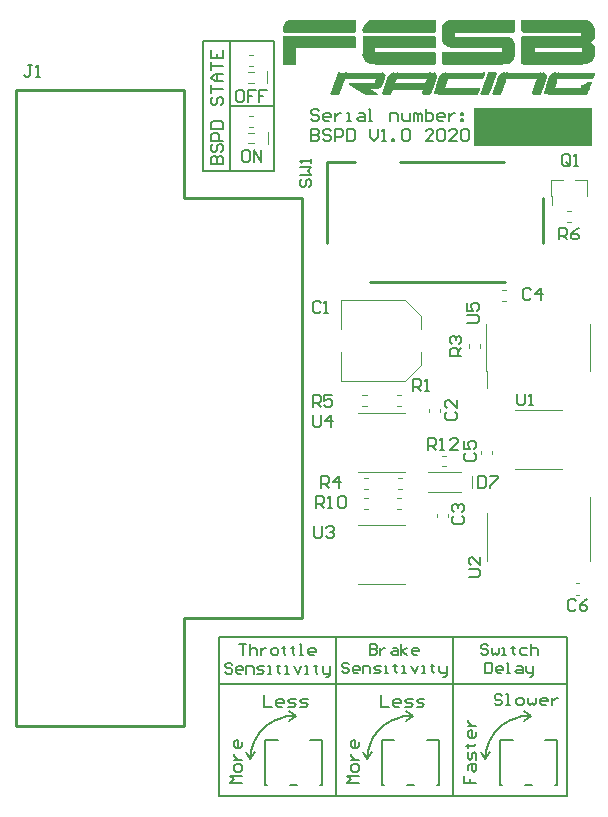
<source format=gto>
G04*
G04 #@! TF.GenerationSoftware,Altium Limited,Altium Designer,20.2.5 (213)*
G04*
G04 Layer_Color=65535*
%FSLAX25Y25*%
%MOIN*%
G70*
G04*
G04 #@! TF.SameCoordinates,E7457EF0-435F-4A9A-9950-3147239DC6E2*
G04*
G04*
G04 #@! TF.FilePolarity,Positive*
G04*
G01*
G75*
%ADD10C,0.00787*%
%ADD11C,0.00161*%
%ADD12C,0.00472*%
%ADD13C,0.01000*%
%ADD14C,0.00394*%
%ADD15C,0.01008*%
%ADD16R,0.39665X0.12992*%
%ADD17R,0.00437X0.04472*%
%ADD18R,0.18209X0.00756*%
%ADD19R,0.00398X0.03488*%
%ADD20R,0.00358X0.06248*%
%ADD21R,0.00681X0.01780*%
%ADD22R,0.00217X0.09161*%
%ADD23R,0.00701X0.02291*%
G36*
X103270Y192322D02*
X103334Y192259D01*
X103370Y192176D01*
X103370Y192131D01*
X103370Y192131D01*
Y188591D01*
Y188540D01*
X103331Y188444D01*
X103257Y188371D01*
X103162Y188331D01*
X103110D01*
X102905Y188331D01*
X102762Y188327D01*
X102496Y188436D01*
X102297Y188643D01*
X102199Y188913D01*
X102209Y189056D01*
X102209Y189056D01*
Y192355D01*
X103142Y192355D01*
X103187Y192355D01*
X103270Y192322D01*
D02*
G37*
G36*
X133317Y192287D02*
X133428Y192176D01*
X133488Y192032D01*
Y191953D01*
X133449Y188331D01*
X132662D01*
X132445Y188421D01*
X132279Y188587D01*
X132189Y188804D01*
Y188922D01*
Y192072D01*
Y192126D01*
X132231Y192228D01*
X132308Y192305D01*
X132410Y192347D01*
X133173D01*
X133317Y192287D01*
D02*
G37*
G36*
X83559Y192347D02*
Y191952D01*
X83405Y191176D01*
X83102Y190445D01*
X82662Y189787D01*
X82103Y189228D01*
X81445Y188788D01*
X80715Y188486D01*
X79939Y188331D01*
X79543D01*
X79638Y188335D01*
X79396D01*
X79304Y188373D01*
X79235Y188443D01*
X79197Y188534D01*
Y188583D01*
Y188955D01*
X79342Y189683D01*
X79626Y190370D01*
X80039Y190988D01*
X80564Y191513D01*
X81182Y191926D01*
X81868Y192210D01*
X82597Y192355D01*
X83559D01*
Y192347D01*
D02*
G37*
G36*
X76679Y192319D02*
X76752Y192246D01*
X76791Y192151D01*
Y192099D01*
Y188572D01*
Y188524D01*
X76755Y188435D01*
X76687Y188368D01*
X76599Y188331D01*
X76335D01*
Y192162D01*
Y192201D01*
X76365Y192274D01*
X76420Y192329D01*
X76492Y192359D01*
X76583D01*
X76679Y192319D01*
D02*
G37*
G36*
X129846Y192323D02*
X129913Y192256D01*
X129949Y192170D01*
Y192123D01*
Y188749D01*
Y188665D01*
X129885Y188510D01*
X129766Y188392D01*
X129611Y188327D01*
X129509D01*
X129476Y188341D01*
X129451Y188367D01*
X129437Y188400D01*
Y188418D01*
Y192359D01*
X129760D01*
X129846Y192323D01*
D02*
G37*
G36*
X56563Y190863D02*
X55669D01*
X55175Y190814D01*
X54261Y190436D01*
X53561Y189736D01*
X53183Y188822D01*
X53134Y188327D01*
X53126Y188331D01*
X52980D01*
X52891Y188368D01*
X52824Y188435D01*
X52787Y188524D01*
Y188572D01*
Y189713D01*
Y189974D01*
X52889Y190485D01*
X53088Y190966D01*
X53378Y191400D01*
X53747Y191768D01*
X54180Y192058D01*
X54661Y192257D01*
X55172Y192359D01*
X56563D01*
Y190863D01*
D02*
G37*
G36*
X53106Y186780D02*
Y186765D01*
X53094Y186736D01*
X53072Y186713D01*
X53043Y186702D01*
X52787D01*
Y186738D01*
X52815Y186804D01*
X52866Y186855D01*
X52933Y186883D01*
X53106D01*
Y186780D01*
D02*
G37*
G36*
X128847Y186378D02*
X129460Y185765D01*
X129791Y184965D01*
Y184532D01*
X129780Y184528D01*
X126730D01*
X126560Y184599D01*
X126429Y184730D01*
X126358Y184900D01*
Y184993D01*
X126184D01*
X125861Y185126D01*
X125614Y185373D01*
X125480Y185696D01*
Y185871D01*
Y186709D01*
X128047D01*
X128847Y186378D01*
D02*
G37*
G36*
X103288Y186850D02*
X103349Y186789D01*
X103382Y186709D01*
Y186666D01*
Y183367D01*
Y183328D01*
X103352Y183257D01*
X103298Y183203D01*
X103227Y183174D01*
X103055D01*
Y186662D01*
X103051Y186705D01*
X103018Y186785D01*
X102957Y186845D01*
X102878Y186878D01*
X102835Y186883D01*
X103208D01*
X103288Y186850D01*
D02*
G37*
G36*
X76691Y186843D02*
X76756Y186778D01*
X76791Y186693D01*
Y186646D01*
Y183438D01*
Y183385D01*
X76751Y183288D01*
X76677Y183214D01*
X76580Y183174D01*
X76510D01*
X76478Y183187D01*
X76454Y183212D01*
X76441Y183243D01*
Y183261D01*
Y186879D01*
X76605D01*
X76691Y186843D01*
D02*
G37*
G36*
X110203Y192348D02*
X110068Y192292D01*
X109965Y192189D01*
X109909Y192054D01*
X109902Y191981D01*
X109870Y186052D01*
X109776Y186043D01*
X109601Y185970D01*
X109467Y185837D01*
X109395Y185662D01*
X109386Y185568D01*
Y183170D01*
X109343Y183174D01*
X108258D01*
X107723Y183280D01*
X107219Y183489D01*
X106765Y183793D01*
X106379Y184179D01*
X106075Y184633D01*
X105866Y185137D01*
X105760Y185673D01*
Y185946D01*
X105764Y189481D01*
Y189764D01*
X105874Y190319D01*
X106091Y190842D01*
X106405Y191313D01*
X106806Y191713D01*
X107276Y192028D01*
X107799Y192245D01*
X108355Y192355D01*
X110276D01*
X110203Y192348D01*
D02*
G37*
G36*
X152367Y183402D02*
X152456Y183313D01*
X152504Y183197D01*
Y183134D01*
Y181599D01*
Y181568D01*
X152480Y181510D01*
X152436Y181466D01*
X152378Y181442D01*
X151795D01*
Y181560D01*
X151895Y181570D01*
X152080Y181646D01*
X152221Y181787D01*
X152297Y181972D01*
X152307Y182071D01*
Y182820D01*
X152297Y182919D01*
X152221Y183104D01*
X152080Y183245D01*
X151895Y183322D01*
X151795Y183331D01*
Y183355D01*
X151813Y183398D01*
X151847Y183431D01*
X151890Y183449D01*
X152252D01*
X152367Y183402D01*
D02*
G37*
G36*
X136913Y183331D02*
X136813Y183322D01*
X136629Y183245D01*
X136488Y183104D01*
X136411Y182919D01*
X136402Y182820D01*
Y182071D01*
X136411Y181972D01*
X136488Y181787D01*
X136629Y181646D01*
X136813Y181570D01*
X136913Y181560D01*
Y181536D01*
X136895Y181493D01*
X136862Y181460D01*
X136819Y181442D01*
X136457D01*
X136341Y181490D01*
X136253Y181578D01*
X136205Y181694D01*
Y181757D01*
Y183292D01*
Y183323D01*
X136229Y183381D01*
X136273Y183425D01*
X136331Y183449D01*
X136913D01*
Y183331D01*
D02*
G37*
G36*
X103225Y181671D02*
X103316Y181579D01*
X103366Y181459D01*
Y181394D01*
Y181194D01*
X102738D01*
X102546Y181273D01*
X102399Y181421D01*
X102319Y181613D01*
Y181717D01*
Y181721D01*
X103104D01*
X103225Y181671D01*
D02*
G37*
G36*
X154199Y192228D02*
X154765Y191993D01*
X155274Y191653D01*
X155707Y191220D01*
X156048Y190710D01*
X156282Y190144D01*
X156402Y189543D01*
Y189237D01*
Y186678D01*
Y186318D01*
X156126Y185652D01*
X155616Y185143D01*
X154951Y184867D01*
X155266D01*
X155787Y184651D01*
X156186Y184252D01*
X156402Y183731D01*
Y183449D01*
Y180969D01*
Y180632D01*
X156270Y179970D01*
X156012Y179347D01*
X155637Y178786D01*
X155160Y178309D01*
X154599Y177934D01*
X153975Y177676D01*
X153314Y177544D01*
X151480D01*
Y179670D01*
Y179850D01*
X151618Y180183D01*
X151873Y180438D01*
X152206Y180576D01*
X152386D01*
X152440Y180581D01*
X152539Y180622D01*
X152615Y180698D01*
X152656Y180797D01*
X152661Y180851D01*
Y186599D01*
X151977D01*
X151875Y186641D01*
X151798Y186719D01*
X151756Y186820D01*
Y186875D01*
X151840Y186883D01*
X151997Y186948D01*
X152116Y187067D01*
X152181Y187223D01*
X152189Y187308D01*
Y188095D01*
X152184Y188141D01*
X152149Y188226D01*
X152084Y188292D01*
X151999Y188327D01*
X151953Y188331D01*
X151898D01*
X151869Y188343D01*
X151847Y188365D01*
X151835Y188394D01*
Y188410D01*
Y188686D01*
Y188701D01*
X151847Y188730D01*
X151869Y188752D01*
X151898Y188765D01*
X152661D01*
Y192268D01*
X152622Y192347D01*
X153598D01*
X154199Y192228D01*
D02*
G37*
G36*
X132768Y186857D02*
X132801Y186823D01*
X132819Y186780D01*
Y186757D01*
X132858Y177544D01*
X132473D01*
X132343Y177598D01*
X132243Y177698D01*
X132189Y177828D01*
Y177898D01*
Y186402D01*
Y186496D01*
X132261Y186670D01*
X132394Y186803D01*
X132567Y186875D01*
X132724D01*
X132768Y186857D01*
D02*
G37*
G36*
X129791Y179872D02*
X129692Y179372D01*
X129497Y178901D01*
X129214Y178478D01*
X128854Y178118D01*
X128430Y177834D01*
X127959Y177639D01*
X127460Y177540D01*
X125626D01*
Y178201D01*
Y178534D01*
X125881Y179149D01*
X126351Y179620D01*
X126966Y179875D01*
X127299D01*
Y179925D01*
X127338Y180017D01*
X127408Y180088D01*
X127501Y180127D01*
X129791D01*
Y179872D01*
D02*
G37*
G36*
X106130Y181434D02*
X106083Y177540D01*
X106022D01*
X105909Y177587D01*
X105822Y177673D01*
X105776Y177786D01*
Y177847D01*
Y181335D01*
Y181381D01*
X105810Y181465D01*
X105875Y181529D01*
X105958Y181564D01*
X106130D01*
Y181434D01*
D02*
G37*
G36*
X56770Y183321D02*
X56804Y183286D01*
X56823Y183241D01*
Y183217D01*
Y177772D01*
Y177726D01*
X56788Y177641D01*
X56722Y177575D01*
X56637Y177540D01*
X56476D01*
Y183115D01*
Y183159D01*
X56511Y183242D01*
X56574Y183305D01*
X56656Y183339D01*
X56725D01*
X56770Y183321D01*
D02*
G37*
G36*
X103009Y177837D02*
X103020Y177812D01*
X103039Y177792D01*
X103065Y177782D01*
X103079Y177780D01*
X103366Y177780D01*
X103365Y177732D01*
X103327Y177643D01*
X103257Y177575D01*
X103167Y177539D01*
X103118Y177540D01*
X103101Y177536D01*
X103065Y177541D01*
X103034Y177560D01*
X103012Y177589D01*
X103008Y177607D01*
Y177607D01*
Y177851D01*
X103009Y177837D01*
D02*
G37*
G36*
X81249Y180723D02*
X81853Y180473D01*
X82398Y180109D01*
X82860Y179646D01*
X83224Y179102D01*
X83475Y178498D01*
X83602Y177856D01*
Y177528D01*
X82190D01*
X81552Y177655D01*
X80951Y177904D01*
X80410Y178266D01*
X79950Y178726D01*
X79589Y179267D01*
X79339Y179868D01*
X79213Y180506D01*
Y180831D01*
X79264Y180851D01*
X80607D01*
X81249Y180723D01*
D02*
G37*
G36*
X122472Y170296D02*
X121504Y167560D01*
X119211D01*
X119209Y167552D01*
X118488D01*
X118689Y168119D01*
X120965Y174501D01*
X121071Y174800D01*
X121417D01*
X121356Y174739D01*
X121388Y174708D01*
X121423Y174808D01*
X123884D01*
X122472Y170296D01*
D02*
G37*
G36*
X107016Y174688D02*
X106972Y174470D01*
X106887Y174264D01*
X106763Y174079D01*
X106685Y174000D01*
Y174000D01*
X106441Y173757D01*
X106424Y173772D01*
X106387Y173796D01*
X106346Y173814D01*
X106302Y173822D01*
X106279Y173823D01*
X105718D01*
X103769Y168355D01*
X104524D01*
Y167552D01*
X103490D01*
X103320Y167623D01*
X103189Y167753D01*
X103118Y167924D01*
Y168016D01*
X103126Y168036D01*
X103135D01*
X104543Y172532D01*
X105000Y173823D01*
X104988D01*
X105221Y174057D01*
X105398Y174233D01*
X105814Y174511D01*
X106275Y174702D01*
X106766Y174800D01*
X107016D01*
Y174688D01*
D02*
G37*
G36*
X143598Y174681D02*
X143555Y174462D01*
X143470Y174256D01*
X143346Y174071D01*
X143267Y173992D01*
Y173992D01*
X143024Y173749D01*
X143007Y173764D01*
X142970Y173789D01*
X142928Y173806D01*
X142884Y173814D01*
X142862Y173816D01*
X142301D01*
X140351Y168347D01*
X141106D01*
Y167544D01*
X140073D01*
X139902Y167615D01*
X139771Y167745D01*
X139701Y167916D01*
Y168008D01*
X139709Y168028D01*
X139717D01*
X141126Y172524D01*
X141583Y173816D01*
X141571D01*
X141804Y174049D01*
X141981Y174225D01*
X142396Y174503D01*
X142858Y174695D01*
X143349Y174792D01*
X143598D01*
Y174681D01*
D02*
G37*
G36*
X140113Y174641D02*
X140428Y174336D01*
X140603Y173933D01*
X140607Y173714D01*
X140254Y173720D01*
X140605Y173709D01*
X139191Y169197D01*
X138610Y167556D01*
X137891Y167556D01*
X139979Y173410D01*
X140090Y173723D01*
X139485Y173733D01*
Y174798D01*
X139704Y174802D01*
X140113Y174641D01*
D02*
G37*
G36*
X140607Y173714D02*
X140607Y173714D01*
Y173714D01*
X140607D01*
D02*
G37*
G36*
X103561Y174635D02*
X103876Y174330D01*
X104051Y173928D01*
X104055Y173709D01*
X104055D01*
X104055Y173709D01*
X104055Y173708D01*
X104055Y173708D01*
X102642Y169197D01*
X102061Y167556D01*
X101342Y167556D01*
X103429Y173410D01*
X103538Y173717D01*
X102933Y173728D01*
Y174792D01*
X103153Y174796D01*
X103561Y174635D01*
D02*
G37*
G36*
X104055Y173708D02*
X104055Y173708D01*
Y173708D01*
X104055D01*
D02*
G37*
G36*
X119331Y172717D02*
X118723Y172717D01*
X119375Y174800D01*
X120073Y174800D01*
X119331Y172717D01*
D02*
G37*
G36*
X156334Y174787D02*
X156358Y174764D01*
X156370Y174734D01*
Y174717D01*
Y173461D01*
Y173311D01*
X156255Y173033D01*
X156042Y172820D01*
X155764Y172705D01*
X155614D01*
X156283Y174800D01*
X156304D01*
X156334Y174787D01*
D02*
G37*
G36*
X155401Y171553D02*
X155450Y171504D01*
X155476Y171441D01*
Y171406D01*
Y171343D01*
X154087Y167694D01*
X153945Y167552D01*
X153799D01*
X154391Y170599D01*
X153650Y169556D01*
Y169465D01*
X151819D01*
Y169646D01*
X152169D01*
Y170434D01*
X152657Y170674D01*
X154488Y171579D01*
X155087D01*
X154575Y170859D01*
X154677D01*
X154743Y170865D01*
X154863Y170915D01*
X154955Y171008D01*
X155005Y171128D01*
X155012Y171194D01*
Y171288D01*
Y171346D01*
X155056Y171453D01*
X155138Y171535D01*
X155245Y171579D01*
X155338D01*
X155401Y171553D01*
D02*
G37*
G36*
X83456Y170453D02*
X82892Y170453D01*
X83975Y173914D01*
X84690Y173914D01*
X83456Y170453D01*
D02*
G37*
G36*
X86472Y174647D02*
X86761Y174358D01*
X86917Y173981D01*
Y173776D01*
X86889Y173772D01*
X86910D01*
X85676Y170312D01*
X85673D01*
X85629Y170267D01*
X85629D01*
X85443Y170081D01*
X85005Y169789D01*
X84519Y169588D01*
X84003Y169485D01*
X83740D01*
X83736Y169493D01*
X83717Y169512D01*
X83686Y169559D01*
X83664Y169610D01*
X83653Y169665D01*
Y169692D01*
Y169776D01*
X83792Y169915D01*
X83937Y170060D01*
X84278Y170287D01*
X84657Y170444D01*
X85059Y170524D01*
X85179D01*
X86164Y173672D01*
X85524Y173583D01*
X85492D01*
X85434Y173607D01*
X85390Y173652D01*
X85366Y173709D01*
Y173741D01*
Y174438D01*
Y174511D01*
X85422Y174645D01*
X85525Y174748D01*
X85659Y174804D01*
X86094D01*
X86472Y174647D01*
D02*
G37*
G36*
X106008Y168201D02*
X105896Y167886D01*
X105382Y167902D01*
X106795Y172414D01*
X107254Y173709D01*
X107972Y173709D01*
X106008Y168201D01*
D02*
G37*
G36*
X89819Y174072D02*
X89710Y173963D01*
X89455Y173792D01*
X89171Y173675D01*
X88870Y173615D01*
X88442D01*
X86394Y167871D01*
X86287Y167571D01*
X85769D01*
X87181Y172083D01*
X87762Y173725D01*
X87768D01*
X87764Y173729D01*
X87764Y173729D01*
X87760Y173725D01*
X88114Y174079D01*
X88285Y174250D01*
X88688Y174520D01*
X89136Y174705D01*
X89612Y174800D01*
X89854D01*
X89819Y174072D01*
D02*
G37*
G36*
X143398Y170300D02*
X142429Y167564D01*
X141709D01*
X141909Y168131D01*
X144185Y174513D01*
X144291Y174812D01*
X144810D01*
X143398Y170300D01*
D02*
G37*
G36*
X126256Y170292D02*
X125287Y167556D01*
X124567D01*
X124768Y168123D01*
X127043Y174505D01*
X127150Y174804D01*
X127668D01*
X126256Y170292D01*
D02*
G37*
G36*
X126524Y174064D02*
X126416Y173956D01*
X126160Y173785D01*
X125877Y173668D01*
X125575Y173608D01*
X125157D01*
X123106Y167855D01*
X122999Y167556D01*
X122481D01*
X123893Y172068D01*
X124474Y173709D01*
X124482D01*
X124469Y173722D01*
X124469Y173722D01*
X124465Y173718D01*
X124819Y174072D01*
X124990Y174243D01*
X125394Y174513D01*
X125842Y174698D01*
X126317Y174793D01*
X126560D01*
X126524Y174064D01*
D02*
G37*
G36*
X100654Y170292D02*
X99685Y167556D01*
X98965D01*
X99165Y168123D01*
X101441Y174505D01*
X101547Y174804D01*
X102066D01*
X100654Y170292D01*
D02*
G37*
G36*
X137370Y170288D02*
X136402Y167552D01*
X135681D01*
X135882Y168119D01*
X138157Y174501D01*
X138264Y174800D01*
X138782D01*
X137370Y170288D01*
D02*
G37*
G36*
X89724D02*
X88756Y167552D01*
X88035D01*
X88236Y168119D01*
X90512Y174501D01*
X90618Y174800D01*
X91136D01*
X89724Y170288D01*
D02*
G37*
G36*
X81488Y169512D02*
X84205Y167552D01*
X83862D01*
X81012Y169540D01*
X81488Y169512D01*
D02*
G37*
G36*
X72484Y170288D02*
X71516Y167552D01*
X70795D01*
X70996Y168119D01*
X73272Y174501D01*
X73378Y174800D01*
X73896D01*
X72484Y170288D01*
D02*
G37*
G36*
X70213D02*
X69244Y167552D01*
X68524D01*
X68724Y168119D01*
X71000Y174501D01*
X71106Y174800D01*
X71625D01*
X70213Y170288D01*
D02*
G37*
G36*
X117445Y167552D02*
X116857Y167552D01*
X117512Y169642D01*
X118190D01*
X117445Y167552D01*
D02*
G37*
G36*
X79803Y168615D02*
X80579Y167552D01*
X79673Y167544D01*
X74221Y171249D01*
X74224Y171253D01*
X74768D01*
X79803Y168615D01*
D02*
G37*
D10*
X135433Y-39764D02*
X134453Y-39744D01*
X133475Y-39791D01*
X132501Y-39903D01*
X131538Y-40082D01*
X130589Y-40325D01*
X129658Y-40631D01*
X128750Y-41000D01*
X127869Y-41430D01*
X127020Y-41918D01*
X126205Y-42462D01*
X125429Y-43061D01*
X124696Y-43710D01*
X124007Y-44408D01*
X123368Y-45150D01*
X122781Y-45934D01*
X122247Y-46756D01*
X121771Y-47613D01*
X121353Y-48499D01*
X120997Y-49412D01*
X120703Y-50346D01*
X120473Y-51299D01*
X120308Y-52265D01*
X120209Y-53240D01*
X120176Y-54219D01*
X96063Y-39764D02*
X95083Y-39744D01*
X94105Y-39791D01*
X93131Y-39903D01*
X92168Y-40082D01*
X91219Y-40325D01*
X90288Y-40631D01*
X89380Y-41000D01*
X88499Y-41430D01*
X87650Y-41918D01*
X86835Y-42462D01*
X86059Y-43061D01*
X85325Y-43710D01*
X84637Y-44408D01*
X83998Y-45150D01*
X83411Y-45934D01*
X82877Y-46756D01*
X82401Y-47613D01*
X81983Y-48499D01*
X81627Y-49412D01*
X81333Y-50346D01*
X81103Y-51299D01*
X80938Y-52265D01*
X80839Y-53240D01*
X80805Y-54219D01*
X57087Y-39764D02*
X56107Y-39744D01*
X55128Y-39791D01*
X54155Y-39903D01*
X53191Y-40082D01*
X52242Y-40325D01*
X51311Y-40631D01*
X50404Y-41000D01*
X49523Y-41430D01*
X48673Y-41918D01*
X47859Y-42462D01*
X47083Y-43061D01*
X46349Y-43710D01*
X45661Y-44408D01*
X45022Y-45150D01*
X44434Y-45934D01*
X43901Y-46756D01*
X43424Y-47613D01*
X43007Y-48499D01*
X42650Y-49412D01*
X42357Y-50346D01*
X42127Y-51299D01*
X41962Y-52265D01*
X41862Y-53240D01*
X41829Y-54219D01*
X118601Y-51857D02*
X120176Y-54219D01*
X121750Y-51857D01*
X133071Y-38189D02*
X135433Y-39764D01*
X133071Y-41339D02*
X135433Y-39764D01*
X93701Y-41339D02*
X96063Y-39764D01*
X93701Y-38189D02*
X96063Y-39764D01*
X80805Y-54219D02*
X82380Y-51857D01*
X79231D02*
X80805Y-54219D01*
X54724Y-41339D02*
X57087Y-39764D01*
X54724Y-38189D02*
X57087Y-39764D01*
X41829Y-54219D02*
X43404Y-51857D01*
X40254D02*
X41829Y-54219D01*
X70472Y-62598D02*
Y-15354D01*
Y-13386D01*
X31496D02*
X70472D01*
X31496Y-66535D02*
Y-13386D01*
Y-66535D02*
X70472D01*
Y-59842D01*
Y-13386D02*
X147244D01*
Y-66535D02*
Y-13386D01*
X70472Y-66535D02*
X147244D01*
X109449D02*
Y-13386D01*
X31496Y-29134D02*
X147244D01*
X49606Y141850D02*
Y185158D01*
X25984D02*
X49606D01*
X25984Y141850D02*
Y185158D01*
Y141850D02*
X49606D01*
X35039D02*
Y185158D01*
Y163504D02*
X49606D01*
X46799Y-62631D02*
Y-61231D01*
Y-62631D02*
X47399D01*
X65099D02*
X65799D01*
Y-55831D01*
X55199Y-62631D02*
X57399D01*
X46799Y-62431D02*
Y-56031D01*
X61699Y-47831D02*
X65799D01*
Y-55831D02*
Y-47831D01*
X46799D02*
X50899D01*
X46799Y-56131D02*
Y-47831D01*
X125146Y-62631D02*
Y-61231D01*
Y-62631D02*
X125746D01*
X143446D02*
X144146D01*
Y-55831D01*
X133546Y-62631D02*
X135746D01*
X125146Y-62431D02*
Y-56031D01*
X140046Y-47831D02*
X144146D01*
Y-55831D02*
Y-47831D01*
X125146D02*
X129246D01*
X125146Y-56131D02*
Y-47831D01*
X85776Y-56131D02*
Y-47831D01*
X89876D01*
X104776Y-55831D02*
Y-47831D01*
X100676D02*
X104776D01*
X85776Y-62431D02*
Y-56031D01*
X94176Y-62631D02*
X96376D01*
X104776D02*
Y-55831D01*
X104076Y-62631D02*
X104776D01*
X85776D02*
X86376D01*
X85776D02*
Y-61231D01*
X38187Y-15908D02*
X40549D01*
X39368D01*
Y-19451D01*
X41730Y-15908D02*
Y-19451D01*
Y-17680D01*
X42320Y-17089D01*
X43501D01*
X44091Y-17680D01*
Y-19451D01*
X45272Y-17089D02*
Y-19451D01*
Y-18270D01*
X45862Y-17680D01*
X46453Y-17089D01*
X47043D01*
X49404Y-19451D02*
X50585D01*
X51175Y-18860D01*
Y-17680D01*
X50585Y-17089D01*
X49404D01*
X48814Y-17680D01*
Y-18860D01*
X49404Y-19451D01*
X52946Y-16499D02*
Y-17089D01*
X52356D01*
X53537D01*
X52946D01*
Y-18860D01*
X53537Y-19451D01*
X55898Y-16499D02*
Y-17089D01*
X55308D01*
X56489D01*
X55898D01*
Y-18860D01*
X56489Y-19451D01*
X58260D02*
X59440D01*
X58850D01*
Y-15908D01*
X58260D01*
X62983Y-19451D02*
X61802D01*
X61212Y-18860D01*
Y-17680D01*
X61802Y-17089D01*
X62983D01*
X63573Y-17680D01*
Y-18270D01*
X61212D01*
X35826Y-22639D02*
X35236Y-22049D01*
X34055D01*
X33465Y-22639D01*
Y-23230D01*
X34055Y-23820D01*
X35236D01*
X35826Y-24410D01*
Y-25001D01*
X35236Y-25591D01*
X34055D01*
X33465Y-25001D01*
X38778Y-25591D02*
X37597D01*
X37007Y-25001D01*
Y-23820D01*
X37597Y-23230D01*
X38778D01*
X39368Y-23820D01*
Y-24410D01*
X37007D01*
X40549Y-25591D02*
Y-23230D01*
X42320D01*
X42910Y-23820D01*
Y-25591D01*
X44091D02*
X45862D01*
X46453Y-25001D01*
X45862Y-24410D01*
X44681D01*
X44091Y-23820D01*
X44681Y-23230D01*
X46453D01*
X47633Y-25591D02*
X48814D01*
X48224D01*
Y-23230D01*
X47633D01*
X51175Y-22639D02*
Y-23230D01*
X50585D01*
X51766D01*
X51175D01*
Y-25001D01*
X51766Y-25591D01*
X53537D02*
X54717D01*
X54127D01*
Y-23230D01*
X53537D01*
X56489D02*
X57669Y-25591D01*
X58850Y-23230D01*
X60031Y-25591D02*
X61212D01*
X60621D01*
Y-23230D01*
X60031D01*
X63573Y-22639D02*
Y-23230D01*
X62983D01*
X64163D01*
X63573D01*
Y-25001D01*
X64163Y-25591D01*
X65934Y-23230D02*
Y-25001D01*
X66525Y-25591D01*
X68296D01*
Y-26181D01*
X67705Y-26772D01*
X67115D01*
X68296Y-25591D02*
Y-23230D01*
X40944Y148818D02*
X39632D01*
X38976Y148162D01*
Y145538D01*
X39632Y144882D01*
X40944D01*
X41600Y145538D01*
Y148162D01*
X40944Y148818D01*
X42912Y144882D02*
Y148818D01*
X45536Y144882D01*
Y148818D01*
X121062Y-16394D02*
X120471Y-15804D01*
X119291D01*
X118700Y-16394D01*
Y-16984D01*
X119291Y-17575D01*
X120471D01*
X121062Y-18165D01*
Y-18755D01*
X120471Y-19346D01*
X119291D01*
X118700Y-18755D01*
X122242Y-16984D02*
Y-18755D01*
X122833Y-19346D01*
X123423Y-18755D01*
X124014Y-19346D01*
X124604Y-18755D01*
Y-16984D01*
X125785Y-19346D02*
X126965D01*
X126375D01*
Y-16984D01*
X125785D01*
X129327Y-16394D02*
Y-16984D01*
X128736D01*
X129917D01*
X129327D01*
Y-18755D01*
X129917Y-19346D01*
X134050Y-16984D02*
X132279D01*
X131688Y-17575D01*
Y-18755D01*
X132279Y-19346D01*
X134050D01*
X135230Y-15804D02*
Y-19346D01*
Y-17575D01*
X135821Y-16984D01*
X137002D01*
X137592Y-17575D01*
Y-19346D01*
X120176Y-21944D02*
Y-25486D01*
X121947D01*
X122538Y-24896D01*
Y-22534D01*
X121947Y-21944D01*
X120176D01*
X125489Y-25486D02*
X124309D01*
X123718Y-24896D01*
Y-23715D01*
X124309Y-23125D01*
X125489D01*
X126080Y-23715D01*
Y-24305D01*
X123718D01*
X127261Y-25486D02*
X128441D01*
X127851D01*
Y-21944D01*
X127261D01*
X130803Y-23125D02*
X131983D01*
X132574Y-23715D01*
Y-25486D01*
X130803D01*
X130212Y-24896D01*
X130803Y-24305D01*
X132574D01*
X133755Y-23125D02*
Y-24896D01*
X134345Y-25486D01*
X136116D01*
Y-26076D01*
X135526Y-26667D01*
X134935D01*
X136116Y-25486D02*
Y-23125D01*
X81558Y-15804D02*
Y-19346D01*
X83329D01*
X83920Y-18755D01*
Y-18165D01*
X83329Y-17575D01*
X81558D01*
X83329D01*
X83920Y-16984D01*
Y-16394D01*
X83329Y-15804D01*
X81558D01*
X85100Y-16984D02*
Y-19346D01*
Y-18165D01*
X85691Y-17575D01*
X86281Y-16984D01*
X86871D01*
X89233D02*
X90413D01*
X91004Y-17575D01*
Y-19346D01*
X89233D01*
X88642Y-18755D01*
X89233Y-18165D01*
X91004D01*
X92185Y-19346D02*
Y-15804D01*
Y-18165D02*
X93956Y-16984D01*
X92185Y-18165D02*
X93956Y-19346D01*
X97498D02*
X96317D01*
X95727Y-18755D01*
Y-17575D01*
X96317Y-16984D01*
X97498D01*
X98088Y-17575D01*
Y-18165D01*
X95727D01*
X74769Y-22534D02*
X74179Y-21944D01*
X72998D01*
X72408Y-22534D01*
Y-23125D01*
X72998Y-23715D01*
X74179D01*
X74769Y-24305D01*
Y-24896D01*
X74179Y-25486D01*
X72998D01*
X72408Y-24896D01*
X77721Y-25486D02*
X76540D01*
X75950Y-24896D01*
Y-23715D01*
X76540Y-23125D01*
X77721D01*
X78311Y-23715D01*
Y-24305D01*
X75950D01*
X79492Y-25486D02*
Y-23125D01*
X81263D01*
X81853Y-23715D01*
Y-25486D01*
X83034D02*
X84805D01*
X85395Y-24896D01*
X84805Y-24305D01*
X83624D01*
X83034Y-23715D01*
X83624Y-23125D01*
X85395D01*
X86576Y-25486D02*
X87757D01*
X87167D01*
Y-23125D01*
X86576D01*
X90118Y-22534D02*
Y-23125D01*
X89528D01*
X90709D01*
X90118D01*
Y-24896D01*
X90709Y-25486D01*
X92480D02*
X93660D01*
X93070D01*
Y-23125D01*
X92480D01*
X95432D02*
X96612Y-25486D01*
X97793Y-23125D01*
X98974Y-25486D02*
X100154D01*
X99564D01*
Y-23125D01*
X98974D01*
X102516Y-22534D02*
Y-23125D01*
X101926D01*
X103106D01*
X102516D01*
Y-24896D01*
X103106Y-25486D01*
X104877Y-23125D02*
Y-24896D01*
X105468Y-25486D01*
X107239D01*
Y-26076D01*
X106648Y-26667D01*
X106058D01*
X107239Y-25486D02*
Y-23125D01*
X64828Y161861D02*
X64173Y162517D01*
X62861D01*
X62205Y161861D01*
Y161205D01*
X62861Y160549D01*
X64173D01*
X64828Y159893D01*
Y159237D01*
X64173Y158581D01*
X62861D01*
X62205Y159237D01*
X68108Y158581D02*
X66796D01*
X66140Y159237D01*
Y160549D01*
X66796Y161205D01*
X68108D01*
X68764Y160549D01*
Y159893D01*
X66140D01*
X70076Y161205D02*
Y158581D01*
Y159893D01*
X70732Y160549D01*
X71388Y161205D01*
X72044D01*
X74012Y158581D02*
X75324D01*
X74668D01*
Y161205D01*
X74012D01*
X77948D02*
X79260D01*
X79915Y160549D01*
Y158581D01*
X77948D01*
X77292Y159237D01*
X77948Y159893D01*
X79915D01*
X81227Y158581D02*
X82539D01*
X81883D01*
Y162517D01*
X81227D01*
X88443Y158581D02*
Y161205D01*
X90411D01*
X91067Y160549D01*
Y158581D01*
X92379Y161205D02*
Y159237D01*
X93035Y158581D01*
X95003D01*
Y161205D01*
X96314Y158581D02*
Y161205D01*
X96970D01*
X97626Y160549D01*
Y158581D01*
Y160549D01*
X98282Y161205D01*
X98938Y160549D01*
Y158581D01*
X100250Y162517D02*
Y158581D01*
X102218D01*
X102874Y159237D01*
Y159893D01*
Y160549D01*
X102218Y161205D01*
X100250D01*
X106154Y158581D02*
X104842D01*
X104186Y159237D01*
Y160549D01*
X104842Y161205D01*
X106154D01*
X106810Y160549D01*
Y159893D01*
X104186D01*
X108122Y161205D02*
Y158581D01*
Y159893D01*
X108778Y160549D01*
X109434Y161205D01*
X110090D01*
X112057D02*
X112713D01*
Y160549D01*
X112057D01*
Y161205D01*
Y159237D02*
X112713D01*
Y158581D01*
X112057D01*
Y159237D01*
X62205Y155904D02*
Y151969D01*
X64173D01*
X64828Y152624D01*
Y153280D01*
X64173Y153936D01*
X62205D01*
X64173D01*
X64828Y154592D01*
Y155248D01*
X64173Y155904D01*
X62205D01*
X68764Y155248D02*
X68108Y155904D01*
X66796D01*
X66140Y155248D01*
Y154592D01*
X66796Y153936D01*
X68108D01*
X68764Y153280D01*
Y152624D01*
X68108Y151969D01*
X66796D01*
X66140Y152624D01*
X70076Y151969D02*
Y155904D01*
X72044D01*
X72700Y155248D01*
Y153936D01*
X72044Y153280D01*
X70076D01*
X74012Y155904D02*
Y151969D01*
X75980D01*
X76636Y152624D01*
Y155248D01*
X75980Y155904D01*
X74012D01*
X81883D02*
Y153280D01*
X83195Y151969D01*
X84507Y153280D01*
Y155904D01*
X85819Y151969D02*
X87131D01*
X86475D01*
Y155904D01*
X85819Y155248D01*
X89099Y151969D02*
Y152624D01*
X89755D01*
Y151969D01*
X89099D01*
X92379Y155248D02*
X93035Y155904D01*
X94347D01*
X95003Y155248D01*
Y152624D01*
X94347Y151969D01*
X93035D01*
X92379Y152624D01*
Y155248D01*
X102874Y151969D02*
X100250D01*
X102874Y154592D01*
Y155248D01*
X102218Y155904D01*
X100906D01*
X100250Y155248D01*
X104186D02*
X104842Y155904D01*
X106154D01*
X106810Y155248D01*
Y152624D01*
X106154Y151969D01*
X104842D01*
X104186Y152624D01*
Y155248D01*
X110746Y151969D02*
X108122D01*
X110746Y154592D01*
Y155248D01*
X110090Y155904D01*
X108778D01*
X108122Y155248D01*
X112057D02*
X112713Y155904D01*
X114025D01*
X114681Y155248D01*
Y152624D01*
X114025Y151969D01*
X112713D01*
X112057Y152624D01*
Y155248D01*
X125852Y-32941D02*
X125196Y-32285D01*
X123884D01*
X123228Y-32941D01*
Y-33597D01*
X123884Y-34253D01*
X125196D01*
X125852Y-34909D01*
Y-35565D01*
X125196Y-36220D01*
X123884D01*
X123228Y-35565D01*
X127164Y-36220D02*
X128476D01*
X127820D01*
Y-32285D01*
X127164D01*
X131100Y-36220D02*
X132412D01*
X133068Y-35565D01*
Y-34253D01*
X132412Y-33597D01*
X131100D01*
X130444Y-34253D01*
Y-35565D01*
X131100Y-36220D01*
X134380Y-33597D02*
Y-35565D01*
X135036Y-36220D01*
X135691Y-35565D01*
X136347Y-36220D01*
X137003Y-35565D01*
Y-33597D01*
X140283Y-36220D02*
X138971D01*
X138315Y-35565D01*
Y-34253D01*
X138971Y-33597D01*
X140283D01*
X140939Y-34253D01*
Y-34909D01*
X138315D01*
X142251Y-33597D02*
Y-36220D01*
Y-34909D01*
X142907Y-34253D01*
X143563Y-33597D01*
X144219D01*
X112993Y-59581D02*
Y-62205D01*
X114961D01*
Y-60893D01*
Y-62205D01*
X116929D01*
X114305Y-57613D02*
Y-56301D01*
X114961Y-55645D01*
X116929D01*
Y-57613D01*
X116273Y-58269D01*
X115617Y-57613D01*
Y-55645D01*
X116929Y-54333D02*
Y-52365D01*
X116273Y-51709D01*
X115617Y-52365D01*
Y-53677D01*
X114961Y-54333D01*
X114305Y-53677D01*
Y-51709D01*
X113649Y-49742D02*
X114305D01*
Y-50397D01*
Y-49086D01*
Y-49742D01*
X116273D01*
X116929Y-49086D01*
Y-45150D02*
Y-46462D01*
X116273Y-47118D01*
X114961D01*
X114305Y-46462D01*
Y-45150D01*
X114961Y-44494D01*
X115617D01*
Y-47118D01*
X114305Y-43182D02*
X116929D01*
X115617D01*
X114961Y-42526D01*
X114305Y-41870D01*
Y-41214D01*
X77953Y-62205D02*
X74017D01*
X75329Y-60893D01*
X74017Y-59581D01*
X77953D01*
Y-57613D02*
Y-56301D01*
X77297Y-55645D01*
X75985D01*
X75329Y-56301D01*
Y-57613D01*
X75985Y-58269D01*
X77297D01*
X77953Y-57613D01*
X75329Y-54333D02*
X77953D01*
X76641D01*
X75985Y-53677D01*
X75329Y-53021D01*
Y-52365D01*
X77953Y-48430D02*
Y-49742D01*
X77297Y-50397D01*
X75985D01*
X75329Y-49742D01*
Y-48430D01*
X75985Y-47774D01*
X76641D01*
Y-50397D01*
X85433Y-32678D02*
Y-36614D01*
X88057D01*
X91337D02*
X90025D01*
X89369Y-35958D01*
Y-34646D01*
X90025Y-33990D01*
X91337D01*
X91993Y-34646D01*
Y-35302D01*
X89369D01*
X93305Y-36614D02*
X95272D01*
X95928Y-35958D01*
X95272Y-35302D01*
X93960D01*
X93305Y-34646D01*
X93960Y-33990D01*
X95928D01*
X97240Y-36614D02*
X99208D01*
X99864Y-35958D01*
X99208Y-35302D01*
X97896D01*
X97240Y-34646D01*
X97896Y-33990D01*
X99864D01*
X38976Y-62205D02*
X35041D01*
X36353Y-60893D01*
X35041Y-59581D01*
X38976D01*
Y-57613D02*
Y-56301D01*
X38320Y-55645D01*
X37009D01*
X36353Y-56301D01*
Y-57613D01*
X37009Y-58269D01*
X38320D01*
X38976Y-57613D01*
X36353Y-54333D02*
X38976D01*
X37664D01*
X37009Y-53677D01*
X36353Y-53021D01*
Y-52365D01*
X38976Y-48430D02*
Y-49742D01*
X38320Y-50397D01*
X37009D01*
X36353Y-49742D01*
Y-48430D01*
X37009Y-47774D01*
X37664D01*
Y-50397D01*
X46457Y-32678D02*
Y-36614D01*
X49081D01*
X52360D02*
X51048D01*
X50392Y-35958D01*
Y-34646D01*
X51048Y-33990D01*
X52360D01*
X53016Y-34646D01*
Y-35302D01*
X50392D01*
X54328Y-36614D02*
X56296D01*
X56952Y-35958D01*
X56296Y-35302D01*
X54984D01*
X54328Y-34646D01*
X54984Y-33990D01*
X56952D01*
X58264Y-36614D02*
X60232D01*
X60888Y-35958D01*
X60232Y-35302D01*
X58920D01*
X58264Y-34646D01*
X58920Y-33990D01*
X60888D01*
X38976Y168896D02*
X37664D01*
X37008Y168240D01*
Y165617D01*
X37664Y164961D01*
X38976D01*
X39632Y165617D01*
Y168240D01*
X38976Y168896D01*
X43567D02*
X40944D01*
Y166929D01*
X42255D01*
X40944D01*
Y164961D01*
X47503Y168896D02*
X44879D01*
Y166929D01*
X46191D01*
X44879D01*
Y164961D01*
X28741Y144213D02*
X32677D01*
Y146180D01*
X32021Y146836D01*
X31365D01*
X30709Y146180D01*
Y144213D01*
Y146180D01*
X30053Y146836D01*
X29397D01*
X28741Y146180D01*
Y144213D01*
X29397Y150772D02*
X28741Y150116D01*
Y148804D01*
X29397Y148148D01*
X30053D01*
X30709Y148804D01*
Y150116D01*
X31365Y150772D01*
X32021D01*
X32677Y150116D01*
Y148804D01*
X32021Y148148D01*
X32677Y152084D02*
X28741D01*
Y154052D01*
X29397Y154708D01*
X30709D01*
X31365Y154052D01*
Y152084D01*
X28741Y156020D02*
X32677D01*
Y157988D01*
X32021Y158644D01*
X29397D01*
X28741Y157988D01*
Y156020D01*
X29397Y166515D02*
X28741Y165859D01*
Y164547D01*
X29397Y163891D01*
X30053D01*
X30709Y164547D01*
Y165859D01*
X31365Y166515D01*
X32021D01*
X32677Y165859D01*
Y164547D01*
X32021Y163891D01*
X28741Y167827D02*
Y170451D01*
Y169139D01*
X32677D01*
Y171763D02*
X30053D01*
X28741Y173075D01*
X30053Y174387D01*
X32677D01*
X30709D01*
Y171763D01*
X28741Y175698D02*
Y178322D01*
Y177010D01*
X32677D01*
X28741Y182258D02*
Y179634D01*
X32677D01*
Y182258D01*
X30709Y179634D02*
Y180946D01*
X65222Y97768D02*
X64566Y98424D01*
X63254D01*
X62598Y97768D01*
Y95144D01*
X63254Y94488D01*
X64566D01*
X65222Y95144D01*
X66534Y94488D02*
X67846D01*
X67190D01*
Y98424D01*
X66534Y97768D01*
X130709Y67715D02*
Y64435D01*
X131365Y63779D01*
X132676D01*
X133333Y64435D01*
Y67715D01*
X134644Y63779D02*
X135956D01*
X135300D01*
Y67715D01*
X134644Y67059D01*
X150262Y-1445D02*
X149606Y-789D01*
X148294D01*
X147638Y-1445D01*
Y-4068D01*
X148294Y-4724D01*
X149606D01*
X150262Y-4068D01*
X154197Y-789D02*
X152885Y-1445D01*
X151574Y-2757D01*
Y-4068D01*
X152229Y-4724D01*
X153541D01*
X154197Y-4068D01*
Y-3413D01*
X153541Y-2757D01*
X151574D01*
X114174Y91339D02*
X117454D01*
X118110Y91995D01*
Y93306D01*
X117454Y93962D01*
X114174D01*
Y97898D02*
Y95274D01*
X116142D01*
X115486Y96586D01*
Y97242D01*
X116142Y97898D01*
X117454D01*
X118110Y97242D01*
Y95930D01*
X117454Y95274D01*
X62795Y60550D02*
Y57270D01*
X63451Y56614D01*
X64763D01*
X65419Y57270D01*
Y60550D01*
X68699Y56614D02*
Y60550D01*
X66731Y58582D01*
X69355D01*
X101181Y48819D02*
Y52755D01*
X103149D01*
X103805Y52099D01*
Y50787D01*
X103149Y50131D01*
X101181D01*
X102493D02*
X103805Y48819D01*
X105117D02*
X106429D01*
X105773D01*
Y52755D01*
X105117Y52099D01*
X111020Y48819D02*
X108397D01*
X111020Y51443D01*
Y52099D01*
X110364Y52755D01*
X109053D01*
X108397Y52099D01*
X117717Y40156D02*
Y36220D01*
X119684D01*
X120340Y36876D01*
Y39500D01*
X119684Y40156D01*
X117717D01*
X121652D02*
X124276D01*
Y39500D01*
X121652Y36876D01*
Y36220D01*
X113649Y47899D02*
X112993Y47243D01*
Y45932D01*
X113649Y45276D01*
X116273D01*
X116929Y45932D01*
Y47243D01*
X116273Y47899D01*
X112993Y51835D02*
Y49211D01*
X114961D01*
X114305Y50523D01*
Y51179D01*
X114961Y51835D01*
X116273D01*
X116929Y51179D01*
Y49867D01*
X116273Y49211D01*
X63779Y29528D02*
Y33463D01*
X65747D01*
X66403Y32807D01*
Y31495D01*
X65747Y30839D01*
X63779D01*
X65091D02*
X66403Y29528D01*
X67715D02*
X69027D01*
X68371D01*
Y33463D01*
X67715Y32807D01*
X70995D02*
X71651Y33463D01*
X72963D01*
X73619Y32807D01*
Y30184D01*
X72963Y29528D01*
X71651D01*
X70995Y30184D01*
Y32807D01*
X-30841Y177164D02*
X-32153D01*
X-31497D01*
Y173884D01*
X-32153Y173228D01*
X-32809D01*
X-33465Y173884D01*
X-29529Y173228D02*
X-28217D01*
X-28873D01*
Y177164D01*
X-29529Y176508D01*
X148490Y144357D02*
Y146981D01*
X147834Y147636D01*
X146522D01*
X145866Y146981D01*
Y144357D01*
X146522Y143701D01*
X147834D01*
X147178Y145013D02*
X148490Y143701D01*
X147834D02*
X148490Y144357D01*
X149802Y143701D02*
X151114D01*
X150458D01*
Y147636D01*
X149802Y146981D01*
X96063Y68504D02*
Y72440D01*
X98031D01*
X98687Y71784D01*
Y70472D01*
X98031Y69816D01*
X96063D01*
X97375D02*
X98687Y68504D01*
X99999D02*
X101311D01*
X100655D01*
Y72440D01*
X99999Y71784D01*
X112205Y80315D02*
X108269D01*
Y82283D01*
X108925Y82939D01*
X110237D01*
X110893Y82283D01*
Y80315D01*
Y81627D02*
X112205Y82939D01*
X108925Y84251D02*
X108269Y84907D01*
Y86219D01*
X108925Y86875D01*
X109581D01*
X110237Y86219D01*
Y85563D01*
Y86219D01*
X110893Y86875D01*
X111549D01*
X112205Y86219D01*
Y84907D01*
X111549Y84251D01*
X65354Y36220D02*
Y40156D01*
X67322D01*
X67978Y39500D01*
Y38188D01*
X67322Y37532D01*
X65354D01*
X66666D02*
X67978Y36220D01*
X71258D02*
Y40156D01*
X69290Y38188D01*
X71914D01*
X62598Y63386D02*
Y67322D01*
X64566D01*
X65222Y66666D01*
Y65354D01*
X64566Y64698D01*
X62598D01*
X63910D02*
X65222Y63386D01*
X69158Y67322D02*
X66534D01*
Y65354D01*
X67846Y66010D01*
X68502D01*
X69158Y65354D01*
Y64042D01*
X68502Y63386D01*
X67190D01*
X66534Y64042D01*
X144882Y119095D02*
Y123030D01*
X146850D01*
X147506Y122374D01*
Y121062D01*
X146850Y120406D01*
X144882D01*
X146194D02*
X147506Y119095D01*
X151441Y123030D02*
X150129Y122374D01*
X148818Y121062D01*
Y119750D01*
X149474Y119095D01*
X150786D01*
X151441Y119750D01*
Y120406D01*
X150786Y121062D01*
X148818D01*
X114568Y6693D02*
X117848D01*
X118504Y7349D01*
Y8661D01*
X117848Y9317D01*
X114568D01*
X118504Y13252D02*
Y10629D01*
X115880Y13252D01*
X115224D01*
X114568Y12596D01*
Y11285D01*
X115224Y10629D01*
X62992Y23621D02*
Y20341D01*
X63648Y19685D01*
X64960D01*
X65616Y20341D01*
Y23621D01*
X66928Y22965D02*
X67584Y23621D01*
X68896D01*
X69552Y22965D01*
Y22309D01*
X68896Y21653D01*
X68240D01*
X68896D01*
X69552Y20997D01*
Y20341D01*
X68896Y19685D01*
X67584D01*
X66928Y20341D01*
X58925Y139238D02*
X58269Y138582D01*
Y137270D01*
X58925Y136614D01*
X59581D01*
X60237Y137270D01*
Y138582D01*
X60893Y139238D01*
X61549D01*
X62205Y138582D01*
Y137270D01*
X61549Y136614D01*
X58269Y140550D02*
X62205D01*
X60893Y141862D01*
X62205Y143174D01*
X58269D01*
X62205Y144486D02*
Y145798D01*
Y145142D01*
X58269D01*
X58925Y144486D01*
X107350Y61679D02*
X106694Y61023D01*
Y59711D01*
X107350Y59055D01*
X109974D01*
X110630Y59711D01*
Y61023D01*
X109974Y61679D01*
X110630Y65615D02*
Y62991D01*
X108006Y65615D01*
X107350D01*
X106694Y64959D01*
Y63647D01*
X107350Y62991D01*
X109712Y27033D02*
X109056Y26377D01*
Y25065D01*
X109712Y24409D01*
X112336D01*
X112992Y25065D01*
Y26377D01*
X112336Y27033D01*
X109712Y28345D02*
X109056Y29001D01*
Y30313D01*
X109712Y30969D01*
X110368D01*
X111024Y30313D01*
Y29657D01*
Y30313D01*
X111680Y30969D01*
X112336D01*
X112992Y30313D01*
Y29001D01*
X112336Y28345D01*
X135301Y102099D02*
X134645Y102755D01*
X133333D01*
X132677Y102099D01*
Y99475D01*
X133333Y98819D01*
X134645D01*
X135301Y99475D01*
X138581Y98819D02*
Y102755D01*
X136613Y100787D01*
X139237D01*
D11*
X140980Y167632D02*
X153866D01*
X135915D02*
X138331D01*
X122598D02*
X124961D01*
X118769D02*
X121024D01*
X104361D02*
X117247D01*
X99296D02*
X101551D01*
X86088D02*
X88343D01*
X80056D02*
X83922D01*
X68781D02*
X71197D01*
X140657Y167793D02*
X154027D01*
X135915D02*
X138492D01*
X122701D02*
X125122D01*
X118769D02*
X121185D01*
X104200D02*
X117409D01*
X99296D02*
X101712D01*
X85927D02*
X88504D01*
X79569D02*
X83685D01*
X68781D02*
X71197D01*
X140496Y167954D02*
X154027D01*
X135915D02*
X138492D01*
X122784D02*
X125122D01*
X118769D02*
X121185D01*
X104039D02*
X117409D01*
X99296D02*
X101873D01*
X86088D02*
X88504D01*
X79251D02*
X83472D01*
X68781D02*
X71358D01*
X140496Y168115D02*
X154027D01*
X136076D02*
X138492D01*
X122874D02*
X125122D01*
X118769D02*
X121346D01*
X103878D02*
X117570D01*
X99457D02*
X101873D01*
X86088D02*
X88665D01*
X79008D02*
X83276D01*
X68942D02*
X71358D01*
X140335Y168276D02*
X154188D01*
X136076D02*
X138653D01*
X122874D02*
X125283D01*
X118930D02*
X121346D01*
X103717D02*
X117570D01*
X99457D02*
X101873D01*
X86088D02*
X88665D01*
X78768D02*
X83039D01*
X68942D02*
X71358D01*
X140335Y168437D02*
X154188D01*
X136237D02*
X138653D01*
X122867D02*
X125283D01*
X118930D02*
X121507D01*
X103717D02*
X117570D01*
X99457D02*
X102034D01*
X86249D02*
X88665D01*
X78607D02*
X82823D01*
X68942D02*
X71519D01*
X140174Y168598D02*
X154188D01*
X136237D02*
X138653D01*
X123059D02*
X125444D01*
X118930D02*
X121507D01*
X103717D02*
X117731D01*
X99618D02*
X102034D01*
X86249D02*
X88826D01*
X78284D02*
X82598D01*
X69103D02*
X71519D01*
X140174Y168759D02*
X154349D01*
X136237D02*
X138814D01*
X123075D02*
X125444D01*
X119091D02*
X121507D01*
X103556D02*
X117731D01*
X99618D02*
X102196D01*
X86249D02*
X88826D01*
X78123D02*
X82370D01*
X69103D02*
X71680D01*
X140174Y168921D02*
X154349D01*
X136398D02*
X138814D01*
X123028D02*
X125444D01*
X119091D02*
X121668D01*
X103556D02*
X117731D01*
X99618D02*
X102196D01*
X86410D02*
X88826D01*
X77801D02*
X82150D01*
X69103D02*
X71680D01*
X140174Y169081D02*
X154510D01*
X136398D02*
X138814D01*
X123150D02*
X125605D01*
X119252D02*
X121668D01*
X103556D02*
X117892D01*
X99618D02*
X102196D01*
X86410D02*
X88987D01*
X77640D02*
X81828D01*
X69264D02*
X71680D01*
X140335Y169243D02*
X154575D01*
X136398D02*
X138975D01*
X123189D02*
X125605D01*
X119252D02*
X121668D01*
X103717D02*
X117892D01*
X86410D02*
X102357D01*
X77318D02*
X81667D01*
X69264D02*
X71841D01*
X140335Y169404D02*
X154510D01*
X136559D02*
X138975D01*
X123189D02*
X125605D01*
X119252D02*
X121829D01*
X103717D02*
X117892D01*
X86571D02*
X102357D01*
X77157D02*
X81506D01*
X69264D02*
X71841D01*
X140335Y169565D02*
X154671D01*
X136559D02*
X139136D01*
X123189D02*
X125767D01*
X119413D02*
X121829D01*
X103717D02*
X117892D01*
X86571D02*
X102357D01*
X76835D02*
X83761D01*
X69425D02*
X71841D01*
X152276Y169726D02*
X154671D01*
X140496D02*
X142912D01*
X136559D02*
X139136D01*
X123350D02*
X125767D01*
X119413D02*
X121990D01*
X103878D02*
X106294D01*
X86732D02*
X102518D01*
X76674D02*
X84244D01*
X69425D02*
X72002D01*
X152255Y169887D02*
X154671D01*
X140496D02*
X143073D01*
X136720D02*
X139136D01*
X123350D02*
X125928D01*
X119413D02*
X121990D01*
X103878D02*
X106455D01*
X86732D02*
X102518D01*
X76394D02*
X84566D01*
X69586D02*
X72002D01*
X152255Y170048D02*
X154832D01*
X140496D02*
X143073D01*
X136720D02*
X139297D01*
X123350D02*
X125928D01*
X119574D02*
X121990D01*
X103878D02*
X106455D01*
X86732D02*
X102679D01*
X76134D02*
X84889D01*
X69586D02*
X72163D01*
X152255Y170209D02*
X154832D01*
X140657D02*
X143073D01*
X136881D02*
X139297D01*
X123512D02*
X125928D01*
X119574D02*
X122151D01*
X104039D02*
X106455D01*
X86893D02*
X102679D01*
X75921D02*
X85050D01*
X69586D02*
X72163D01*
X152416Y170370D02*
X154832D01*
X140657D02*
X143235D01*
X136881D02*
X139297D01*
X123512D02*
X126089D01*
X119574D02*
X122151D01*
X104039D02*
X106616D01*
X86893D02*
X102679D01*
X75661D02*
X85211D01*
X69747D02*
X72163D01*
X152577Y170531D02*
X154993D01*
X140818D02*
X143235D01*
X136881D02*
X139458D01*
X123672D02*
X126089D01*
X119735D02*
X122151D01*
X104039D02*
X106616D01*
X86893D02*
X102840D01*
X75433D02*
X85372D01*
X69747D02*
X72325D01*
X152899Y170692D02*
X154993D01*
X140818D02*
X143235D01*
X137042D02*
X139458D01*
X123672D02*
X126089D01*
X119735D02*
X122312D01*
X104200D02*
X106616D01*
X87054D02*
X102840D01*
X75205D02*
X85533D01*
X69747D02*
X72325D01*
X153221Y170853D02*
X154993D01*
X140818D02*
X143396D01*
X137042D02*
X139619D01*
X123672D02*
X126250D01*
X119896D02*
X122312D01*
X104200D02*
X106777D01*
X87054D02*
X102840D01*
X74968D02*
X85694D01*
X69908D02*
X72325D01*
X153544Y171014D02*
X155154D01*
X140980D02*
X143396D01*
X137042D02*
X139619D01*
X123834D02*
X126250D01*
X119896D02*
X122312D01*
X104361D02*
X106777D01*
X87215D02*
X103001D01*
X74748D02*
X85694D01*
X69908D02*
X72486D01*
X154027Y171176D02*
X155154D01*
X140980D02*
X143557D01*
X137203D02*
X139619D01*
X123834D02*
X126250D01*
X119896D02*
X122474D01*
X104361D02*
X106938D01*
X87215D02*
X103001D01*
X74580D02*
X85855D01*
X69908D02*
X72486D01*
X154349Y171337D02*
X155315D01*
X140980D02*
X143557D01*
X137203D02*
X139780D01*
X123834D02*
X126411D01*
X120057D02*
X122474D01*
X104361D02*
X106938D01*
X100585D02*
X103162D01*
X87215D02*
X89793D01*
X83278D02*
X85855D01*
X70069D02*
X72486D01*
X154909Y171498D02*
X155315D01*
X141141D02*
X143557D01*
X137364D02*
X139780D01*
X123995D02*
X126411D01*
X120057D02*
X122634D01*
X104522D02*
X106938D01*
X100585D02*
X103162D01*
X87376D02*
X89793D01*
X83439D02*
X86016D01*
X70069D02*
X72647D01*
X141141Y171659D02*
X143718D01*
X137364D02*
X139780D01*
X123995D02*
X126572D01*
X120057D02*
X122634D01*
X104522D02*
X107099D01*
X100746D02*
X103162D01*
X87376D02*
X89793D01*
X83439D02*
X86016D01*
X70231D02*
X72647D01*
X141141Y171820D02*
X143718D01*
X137364D02*
X139894Y171820D01*
X123995Y171820D02*
X126572D01*
X120218D02*
X122634D01*
X104522D02*
X107099D01*
X100746D02*
X103323D01*
X87376D02*
X89954D01*
X83600D02*
X86016D01*
X70231D02*
X72647D01*
X141302Y171981D02*
X143718D01*
X137525D02*
X139942D01*
X124156D02*
X126572D01*
X120218D02*
X122796D01*
X104683D02*
X107099D01*
X100907D02*
X103323D01*
X87537D02*
X89954D01*
X83600D02*
X86177D01*
X70231D02*
X72808D01*
X141302Y172142D02*
X143879D01*
X137525D02*
X140008D01*
X124156D02*
X126733D01*
X120379D02*
X122796D01*
X104683D02*
X107261D01*
X100907D02*
X103323D01*
X87537D02*
X89954D01*
X83761D02*
X86177D01*
X70392D02*
X72808D01*
X141463Y172303D02*
X143879D01*
X137525D02*
X140067D01*
X124156D02*
X126733D01*
X120379D02*
X122796D01*
X104683D02*
X107261D01*
X100907D02*
X103484D01*
X87699D02*
X90115D01*
X83761D02*
X86177D01*
X70392D02*
X72969D01*
X141463Y172464D02*
X143879D01*
X137686D02*
X140103D01*
X124317D02*
X126733D01*
X120379D02*
X122957D01*
X104844D02*
X107422D01*
X101068D02*
X103484D01*
X87699D02*
X90115D01*
X83761D02*
X86338D01*
X70392D02*
X72969D01*
X141463Y172625D02*
X143610D01*
X137686D02*
X140177D01*
X124317D02*
X126559D01*
X120540D02*
X122957D01*
X104844D02*
X107437D01*
X101068D02*
X103484D01*
X87699D02*
X90276D01*
X83761D02*
X86338D01*
X70553D02*
X73130D01*
X141624Y172786D02*
X155638D01*
X124317D02*
X140209D01*
X120540D02*
X123118D01*
X105005D02*
X119019D01*
X87699D02*
X103645D01*
X70553D02*
X86465D01*
X141624Y172947D02*
X155799D01*
X124478D02*
X140264D01*
X120540D02*
X123118D01*
X105005D02*
X119180D01*
X87860D02*
X103645D01*
X70714D02*
X86272D01*
X141624Y173108D02*
X155960D01*
X124478D02*
X140311D01*
X120702D02*
X123118D01*
X105166D02*
X119341D01*
X87860D02*
X103689D01*
X70714D02*
X86303D01*
X141785Y173270D02*
X155960D01*
X124639D02*
X140358D01*
X120702D02*
X123279D01*
X105166D02*
X119341D01*
X88021D02*
X103806D01*
X70714D02*
X86323D01*
X141785Y173431D02*
X156121D01*
X124639D02*
X140425D01*
X120702D02*
X123279D01*
X105328D02*
X119341D01*
X88021D02*
X103806D01*
X70875D02*
X86315D01*
X141946Y173592D02*
X156121D01*
X124800D02*
X140425D01*
X120863D02*
X123279D01*
X105489D02*
X119502D01*
X88182D02*
X103806D01*
X70875D02*
X86240D01*
X142107Y173753D02*
X156121D01*
X124961D02*
X140425D01*
X120863D02*
X123440D01*
X105650D02*
X119502D01*
X88343D02*
X103806D01*
X70875D02*
X86347D01*
X142268Y173914D02*
X156282D01*
X125122D02*
X140264D01*
X121024D02*
X123440D01*
X105811D02*
X119502D01*
X88504D02*
X103645D01*
X71036D02*
X86354D01*
X142590Y174075D02*
X156282D01*
X125283D02*
X140264D01*
X121024D02*
X123440D01*
X105972D02*
X119664D01*
X88665D02*
X103484D01*
X71036D02*
X86338D01*
X142751Y174236D02*
X156282D01*
X125605D02*
X140103D01*
X121024D02*
X123601D01*
X106133D02*
X119664D01*
X88987D02*
X103484D01*
X71036D02*
X86338D01*
X142912Y174397D02*
X156282D01*
X125767D02*
X139942D01*
X121185D02*
X123601D01*
X106294D02*
X119825D01*
X89148D02*
X103323D01*
X71197D02*
X86177D01*
X143235Y174558D02*
X156282D01*
X126089D02*
X139780D01*
X106616D02*
X119825D01*
X89470D02*
X103162D01*
X71197D02*
X86016D01*
X143457Y174719D02*
X156282D01*
X126572D02*
X139516D01*
X121346Y174723D02*
X123762D01*
X106938Y174719D02*
X119825D01*
X89793D02*
X103001D01*
X71519D02*
X85855D01*
X132603Y177619D02*
X152255D01*
X106026D02*
X125677D01*
X83313D02*
X103126D01*
X52870D02*
X56574D01*
X132442Y177780D02*
X153221D01*
X105864D02*
X126644D01*
X82508D02*
X103287D01*
X52870D02*
X56735D01*
X132442Y177941D02*
X153705D01*
X105864D02*
X127127D01*
X82025D02*
X103287D01*
X52870D02*
X56735D01*
X132281Y178102D02*
X154188D01*
X105864D02*
X127610D01*
X81542D02*
X103287D01*
X52870D02*
X56735D01*
X132281Y178263D02*
X154510D01*
X105864D02*
X127932D01*
X81219D02*
X103287D01*
X52870D02*
X56735D01*
X132281Y178424D02*
X154832D01*
X105864D02*
X128254D01*
X81058D02*
X103287D01*
X52870D02*
X56735D01*
X132281Y178585D02*
X154993D01*
X105864D02*
X128576D01*
X80736D02*
X103287D01*
X52870D02*
X56735D01*
X132281Y178746D02*
X155315D01*
X105864D02*
X128737D01*
X80575D02*
X103287D01*
X52870D02*
X56735D01*
X132281Y178907D02*
X155476D01*
X105864D02*
X128899D01*
X80414D02*
X103287D01*
X52870D02*
X56735D01*
X132281Y179068D02*
X155638D01*
X105864D02*
X129060D01*
X80253D02*
X103287D01*
X52870D02*
X56735D01*
X132281Y179229D02*
X155638D01*
X105864D02*
X129221D01*
X80092D02*
X103287D01*
X52870D02*
X56735D01*
X132281Y179391D02*
X155799D01*
X105864D02*
X129221D01*
X79931D02*
X103287D01*
X52870D02*
X56735D01*
X132281Y179552D02*
X155960D01*
X105864D02*
X129382D01*
X79770D02*
X103287D01*
X52870D02*
X56735D01*
X132281Y179713D02*
X155960D01*
X105864D02*
X129382D01*
X79770D02*
X103287D01*
X52870D02*
X56735D01*
X132281Y179874D02*
X156121D01*
X105864D02*
X129543D01*
X79609D02*
X103287D01*
X52870D02*
X56735D01*
X132281Y180035D02*
X156121D01*
X105864D02*
X129543D01*
X79609D02*
X103287D01*
X52870D02*
X56735D01*
X132281Y180196D02*
X156121D01*
X105864D02*
X129704D01*
X79448D02*
X103287D01*
X52870D02*
X56735D01*
X132281Y180357D02*
X156282D01*
X105864D02*
X129704D01*
X79448D02*
X103287D01*
X52870D02*
X56735D01*
X132281Y180518D02*
X156282D01*
X105864D02*
X129704D01*
X79448D02*
X103287D01*
X52870D02*
X56735D01*
X132281Y180679D02*
X156282D01*
X105864D02*
X129704D01*
X79448D02*
X103287D01*
X52870D02*
X56735D01*
X132281Y180840D02*
X156282D01*
X105864D02*
X129704D01*
X79286D02*
X103287D01*
X52870D02*
X56735D01*
X132281Y181001D02*
X156282D01*
X105864D02*
X129704D01*
X79286D02*
X103287D01*
X52870D02*
X56735D01*
X132281Y181162D02*
X156282D01*
X105864D02*
X129704D01*
X79286D02*
X103287D01*
X52870D02*
X56735D01*
X132281Y181324D02*
X156282D01*
X105864D02*
X129704D01*
X79286D02*
X103287D01*
X52870D02*
X56735D01*
X132281Y181485D02*
X156282D01*
X106026D02*
X129704D01*
X79286D02*
X103126D01*
X52870D02*
X56735D01*
X152416Y181646D02*
X156282D01*
X132281D02*
X136308D01*
X125677D02*
X129704D01*
X86696D02*
X102965D01*
X79286D02*
X83797D01*
X52870D02*
X56735D01*
X152416Y181807D02*
X156282D01*
X132281D02*
X136308D01*
X125838D02*
X129717D01*
X79286D02*
X83152D01*
X52870D02*
X56735D01*
X152416Y181968D02*
X156282D01*
X132281D02*
X136308D01*
X125689D02*
X129716D01*
X79286D02*
X83152D01*
X52870D02*
X56735D01*
X152416Y182129D02*
X156282D01*
X132281D02*
X136308D01*
X125689D02*
X129716D01*
X79286D02*
X83152D01*
X52870D02*
X56735D01*
X152416Y182290D02*
X156282D01*
X132281D02*
X136308D01*
X125689D02*
X129716D01*
X79286D02*
X83152D01*
X52870D02*
X56735D01*
X152416Y182451D02*
X156282D01*
X132281D02*
X136308D01*
X125689D02*
X129716D01*
X79286D02*
X83152D01*
X52870D02*
X56735D01*
X152416Y182612D02*
X156282D01*
X132281D02*
X136308D01*
X125689D02*
X129716D01*
X79286D02*
X83152D01*
X52870D02*
X56735D01*
X152416Y182773D02*
X156282D01*
X132281D02*
X136308D01*
X125689D02*
X129716D01*
X79286D02*
X83152D01*
X52870D02*
X56735D01*
X152416Y182934D02*
X156282D01*
X132281D02*
X136308D01*
X125689D02*
X129716D01*
X79286D02*
X83152D01*
X52870D02*
X56735D01*
X152416Y183095D02*
X156282D01*
X132281D02*
X136308D01*
X125677D02*
X129704D01*
X79286D02*
X83152D01*
X52870D02*
X56735D01*
X152255Y183256D02*
X156282D01*
X132281D02*
X136469D01*
X109247D02*
X129704D01*
X79286D02*
X103126D01*
X52870D02*
X76548D01*
X132281Y183417D02*
X156282D01*
X108442D02*
X129704D01*
X79286D02*
X103287D01*
X52870D02*
X76709D01*
X132281Y183579D02*
X156282D01*
X108119D02*
X129704D01*
X79286D02*
X103287D01*
X52870D02*
X76709D01*
X132281Y183740D02*
X156282D01*
X107636D02*
X129704D01*
X79286D02*
X103287D01*
X52870D02*
X76709D01*
X132281Y183901D02*
X156121D01*
X107475D02*
X129704D01*
X79286D02*
X103287D01*
X52870D02*
X76709D01*
X132281Y184062D02*
X155960D01*
X107153D02*
X129704D01*
X79286D02*
X103287D01*
X52870D02*
X76709D01*
X132281Y184223D02*
X155799D01*
X106992D02*
X129704D01*
X79286D02*
X103287D01*
X52870D02*
X76709D01*
X132281Y184384D02*
X155638D01*
X106831D02*
X129704D01*
X79286D02*
X103287D01*
X52870D02*
X76709D01*
X132281Y184545D02*
X155315D01*
X106670D02*
X129704D01*
X79286D02*
X103287D01*
X52870D02*
X76709D01*
X132281Y184706D02*
X154832D01*
X106509D02*
X129543D01*
X79286D02*
X103287D01*
X52870D02*
X76709D01*
X132281Y184867D02*
X154510D01*
X106348D02*
X129543D01*
X79286D02*
X103287D01*
X52870D02*
X76709D01*
X132281Y185028D02*
X154671D01*
X106186D02*
X129382D01*
X79286D02*
X103287D01*
X52870D02*
X76709D01*
X132281Y185189D02*
X154993D01*
X106186D02*
X129382D01*
X79286D02*
X103287D01*
X52870D02*
X76709D01*
X132281Y185351D02*
X155315D01*
X106026D02*
X129221D01*
X79286D02*
X103287D01*
X52870D02*
X76709D01*
X132281Y185512D02*
X155638D01*
X106026D02*
X129060D01*
X79286D02*
X103287D01*
X52870D02*
X76709D01*
X132281Y185673D02*
X155799D01*
X106026D02*
X128899D01*
X79286D02*
X103287D01*
X52870D02*
X76709D01*
X132281Y185834D02*
X155960D01*
X105864D02*
X128737D01*
X79286D02*
X103287D01*
X52870D02*
X76709D01*
X132281Y185995D02*
X156121D01*
X105864D02*
X128415D01*
X79286D02*
X103287D01*
X52870D02*
X76709D01*
X132281Y186156D02*
X156282D01*
X105864D02*
X128093D01*
X79286D02*
X103287D01*
X52870D02*
X76709D01*
X132281Y186317D02*
X156282D01*
X105864D02*
X127771D01*
X79286D02*
X103287D01*
X52870D02*
X76709D01*
X132442Y186478D02*
X156282D01*
X105864D02*
X127288D01*
X79286D02*
X103287D01*
X52870D02*
X76709D01*
X132442Y186639D02*
X156282D01*
X105864D02*
X126644D01*
X79286D02*
X103287D01*
X52870D02*
X76709D01*
X132603Y186800D02*
X156282D01*
X105864D02*
X109730D01*
X79448D02*
X103126D01*
X53031D02*
X76548D01*
X152255Y186961D02*
X156282D01*
X105864D02*
X109730D01*
X152416Y187122D02*
X156282D01*
X105864D02*
X109730D01*
X152416Y187283D02*
X156282D01*
X105864D02*
X109730D01*
X152416Y187444D02*
X156282D01*
X105864D02*
X109730D01*
X152416Y187606D02*
X156282D01*
X105864D02*
X109730D01*
X152416Y187767D02*
X156282D01*
X105864D02*
X109730D01*
X152416Y187928D02*
X156282D01*
X105864D02*
X109730D01*
X152416Y188089D02*
X156282D01*
X105864D02*
X109730D01*
X152416Y188250D02*
X156282D01*
X105864D02*
X109730D01*
X132764Y188411D02*
X156282D01*
X105864D02*
X129543D01*
X79448D02*
X102965D01*
X53031D02*
X76387D01*
X132442Y188572D02*
X156282D01*
X105864D02*
X129704D01*
X79286D02*
X103287D01*
X52870D02*
X76709D01*
X132442Y188733D02*
X156282D01*
X105864D02*
X129865D01*
X79286D02*
X103287D01*
X52870D02*
X76709D01*
X132442Y188894D02*
X156282D01*
X105864D02*
X129865D01*
X79286D02*
X103287D01*
X52870D02*
X76709D01*
X132442Y189055D02*
X156282D01*
X105864D02*
X129865D01*
X79286D02*
X103287D01*
X52870D02*
X76709D01*
X132442Y189216D02*
X156282D01*
X105864D02*
X129865D01*
X79350D02*
X103287D01*
X52870D02*
X76709D01*
X132442Y189377D02*
X156282D01*
X105864D02*
X129865D01*
X79448D02*
X103287D01*
X52870D02*
X76709D01*
X132442Y189539D02*
X156282D01*
X106026D02*
X129865D01*
X79448D02*
X103287D01*
X52870D02*
X76709D01*
X132281Y189700D02*
X156282D01*
X106026D02*
X129865D01*
X79448D02*
X103287D01*
X52870D02*
X76709D01*
X132281Y189861D02*
X156121D01*
X106026D02*
X129865D01*
X79609D02*
X103287D01*
X53031D02*
X76709D01*
X132281Y190022D02*
X156121D01*
X106186D02*
X129865D01*
X79609D02*
X103287D01*
X53031D02*
X76709D01*
X132281Y190183D02*
X155960D01*
X106186D02*
X129865D01*
X79770D02*
X103287D01*
X53192D02*
X76709D01*
X132281Y190344D02*
X155960D01*
X106348D02*
X129865D01*
X79770D02*
X103287D01*
X53192D02*
X76709D01*
X132281Y190505D02*
X155799D01*
X106509D02*
X129865D01*
X79931D02*
X103287D01*
X53353D02*
X76709D01*
X132281Y190666D02*
X155799D01*
X106509D02*
X129865D01*
X80092D02*
X103287D01*
X53514D02*
X76709D01*
X132281Y190827D02*
X155638D01*
X106670D02*
X129865D01*
X80253D02*
X103287D01*
X53675D02*
X76709D01*
X132281Y190988D02*
X155476D01*
X106831D02*
X129865D01*
X80414D02*
X103287D01*
X53836D02*
X76709D01*
X132281Y191149D02*
X155315D01*
X106992D02*
X129865D01*
X80575D02*
X103287D01*
X53997D02*
X76709D01*
X132281Y191310D02*
X155154D01*
X107314D02*
X129865D01*
X80736D02*
X103287D01*
X54158D02*
X76709D01*
X132281Y191471D02*
X154832D01*
X107475D02*
X129865D01*
X80897D02*
X103287D01*
X54319D02*
X76709D01*
X132281Y191632D02*
X154671D01*
X107797D02*
X129865D01*
X81219D02*
X103287D01*
X54641D02*
X76709D01*
X132281Y191794D02*
X154349D01*
X108119D02*
X129865D01*
X81380D02*
X103287D01*
X54964D02*
X76709D01*
X132281Y191955D02*
X154027D01*
X108442D02*
X129865D01*
X81864D02*
X103287D01*
X55286D02*
X76709D01*
X132442Y192116D02*
X153544D01*
X108764D02*
X129865D01*
X82186D02*
X103287D01*
X55608D02*
X76709D01*
X132442Y192277D02*
X152899D01*
X109408D02*
X129704D01*
X82830D02*
X103126D01*
X56252D02*
X76548D01*
X121162Y174558D02*
X123626D01*
D12*
X125847Y102284D02*
X126909D01*
X125847Y98504D02*
X126909D01*
X104016Y26634D02*
Y27697D01*
X107795Y26634D02*
Y27697D01*
X101260Y61673D02*
Y62736D01*
X105039Y61673D02*
Y62736D01*
X77598Y24016D02*
X93268D01*
X77598Y4331D02*
X93268D01*
X155157Y12067D02*
Y27815D01*
X120669Y12067D02*
Y27815D01*
X154902D02*
Y33327D01*
X41476Y160158D02*
X42776D01*
X41476Y156614D02*
X42776D01*
X147382Y128543D02*
X148681D01*
X147382Y125000D02*
X148681D01*
X79173Y63583D02*
X80669D01*
X79173Y67126D02*
X80669D01*
X79665Y39567D02*
X80965D01*
X79665Y36024D02*
X80965D01*
X114764Y82815D02*
Y84114D01*
X118307Y82815D02*
Y84114D01*
X41339Y180433D02*
X42638D01*
X41339Y176890D02*
X42638D01*
X90591Y63583D02*
X92087D01*
X90591Y67126D02*
X92087D01*
X142382Y130709D02*
Y133465D01*
X149941Y138976D02*
X153937D01*
Y133465D02*
Y138976D01*
X142126D02*
X146122D01*
X142126Y133465D02*
Y138976D01*
X41161Y151102D02*
X43091D01*
X41161Y154646D02*
X43091D01*
X41024Y171378D02*
X42953D01*
X41024Y174921D02*
X42953D01*
X90689Y29331D02*
X91988D01*
X90689Y32874D02*
X91988D01*
X91083Y36024D02*
X92382D01*
X91083Y39567D02*
X92382D01*
X98819Y89252D02*
Y93465D01*
X93465Y98819D02*
X98819Y93465D01*
X72047Y98819D02*
X93465D01*
X72047Y89252D02*
Y98819D01*
X98819Y77402D02*
Y81614D01*
X93465Y72047D02*
X98819Y77402D01*
X72047Y72047D02*
X93465D01*
X72047D02*
Y81614D01*
X120807Y69685D02*
Y75197D01*
X155039D02*
Y90945D01*
X120551Y75197D02*
Y90945D01*
X122362Y47677D02*
Y48740D01*
X118583Y47677D02*
Y48740D01*
X77598Y41732D02*
X93268D01*
X77598Y61417D02*
X93268D01*
X79665Y29331D02*
X80965D01*
X79665Y32874D02*
X80965D01*
X101181Y41535D02*
X112205D01*
X101181Y34843D02*
X112205D01*
X115610Y36220D02*
Y40157D01*
X105650Y43504D02*
X106949D01*
X105650Y47047D02*
X106949D01*
X129961Y62205D02*
X145630D01*
X129961Y42520D02*
X145630D01*
X150256Y4449D02*
X151319D01*
X150256Y669D02*
X151319D01*
D13*
X139252Y118051D02*
Y133051D01*
X81752Y105051D02*
X126752D01*
X67252Y118051D02*
Y141551D01*
X91752Y145051D02*
X126252D01*
X67252Y141551D02*
Y145051D01*
X76752D01*
X59216Y-7008D02*
Y132992D01*
X19721Y-7008D02*
X59216D01*
X19721Y132992D02*
X59216D01*
D14*
X47626Y150874D02*
Y154874D01*
X47488Y171150D02*
Y175150D01*
D15*
X19721Y-29008D02*
Y-7008D01*
Y-43008D02*
Y-29008D01*
X-36279Y-43008D02*
X19721D01*
X-36279D02*
Y168992D01*
X19721D01*
Y132992D02*
Y168992D01*
D16*
X136073Y156496D02*
D03*
D17*
X129573Y182316D02*
D03*
D18*
X92715Y181351D02*
D03*
D19*
X103167Y179520D02*
D03*
D20*
X79388Y183758D02*
D03*
D21*
X82892Y182324D02*
D03*
D22*
X52896Y182121D02*
D03*
D23*
X125941Y182249D02*
D03*
M02*

</source>
